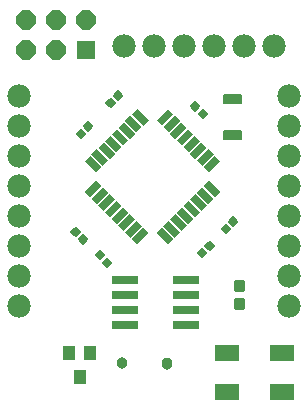
<source format=gbs>
G75*
G70*
%OFA0B0*%
%FSLAX24Y24*%
%IPPOS*%
%LPD*%
%AMOC8*
5,1,8,0,0,1.08239X$1,22.5*
%
%ADD10C,0.0380*%
%ADD11R,0.0540X0.0260*%
%ADD12R,0.0260X0.0540*%
%ADD13C,0.0098*%
%ADD14R,0.0906X0.0276*%
%ADD15R,0.0640X0.0640*%
%ADD16OC8,0.0640*%
%ADD17C,0.0145*%
%ADD18C,0.0068*%
%ADD19C,0.0780*%
%ADD20R,0.0440X0.0490*%
%ADD21C,0.0375*%
%ADD22R,0.0840X0.0540*%
D10*
X004355Y003003D03*
X005850Y002999D03*
D11*
G36*
X004667Y007161D02*
X005047Y007541D01*
X005231Y007357D01*
X004851Y006977D01*
X004667Y007161D01*
G37*
G36*
X004444Y007383D02*
X004824Y007763D01*
X005008Y007579D01*
X004628Y007199D01*
X004444Y007383D01*
G37*
G36*
X004221Y007606D02*
X004601Y007986D01*
X004785Y007802D01*
X004405Y007422D01*
X004221Y007606D01*
G37*
G36*
X003999Y007829D02*
X004379Y008209D01*
X004563Y008025D01*
X004183Y007645D01*
X003999Y007829D01*
G37*
G36*
X003776Y008051D02*
X004156Y008431D01*
X004340Y008247D01*
X003960Y007867D01*
X003776Y008051D01*
G37*
G36*
X003553Y008274D02*
X003933Y008654D01*
X004117Y008470D01*
X003737Y008090D01*
X003553Y008274D01*
G37*
G36*
X003330Y008497D02*
X003710Y008877D01*
X003894Y008693D01*
X003514Y008313D01*
X003330Y008497D01*
G37*
G36*
X003108Y008720D02*
X003488Y009100D01*
X003672Y008916D01*
X003292Y008536D01*
X003108Y008720D01*
G37*
G36*
X005498Y011110D02*
X005878Y011490D01*
X006062Y011306D01*
X005682Y010926D01*
X005498Y011110D01*
G37*
G36*
X005720Y010887D02*
X006100Y011267D01*
X006284Y011083D01*
X005904Y010703D01*
X005720Y010887D01*
G37*
G36*
X005943Y010664D02*
X006323Y011044D01*
X006507Y010860D01*
X006127Y010480D01*
X005943Y010664D01*
G37*
G36*
X006166Y010442D02*
X006546Y010822D01*
X006730Y010638D01*
X006350Y010258D01*
X006166Y010442D01*
G37*
G36*
X006389Y010219D02*
X006769Y010599D01*
X006953Y010415D01*
X006573Y010035D01*
X006389Y010219D01*
G37*
G36*
X006611Y009996D02*
X006991Y010376D01*
X007175Y010192D01*
X006795Y009812D01*
X006611Y009996D01*
G37*
G36*
X006834Y009773D02*
X007214Y010153D01*
X007398Y009969D01*
X007018Y009589D01*
X006834Y009773D01*
G37*
G36*
X007057Y009551D02*
X007437Y009931D01*
X007621Y009747D01*
X007241Y009367D01*
X007057Y009551D01*
G37*
D12*
G36*
X007057Y008916D02*
X007241Y009100D01*
X007621Y008720D01*
X007437Y008536D01*
X007057Y008916D01*
G37*
G36*
X006834Y008693D02*
X007018Y008877D01*
X007398Y008497D01*
X007214Y008313D01*
X006834Y008693D01*
G37*
G36*
X006611Y008470D02*
X006795Y008654D01*
X007175Y008274D01*
X006991Y008090D01*
X006611Y008470D01*
G37*
G36*
X006389Y008247D02*
X006573Y008431D01*
X006953Y008051D01*
X006769Y007867D01*
X006389Y008247D01*
G37*
G36*
X006166Y008025D02*
X006350Y008209D01*
X006730Y007829D01*
X006546Y007645D01*
X006166Y008025D01*
G37*
G36*
X005943Y007802D02*
X006127Y007986D01*
X006507Y007606D01*
X006323Y007422D01*
X005943Y007802D01*
G37*
G36*
X005720Y007579D02*
X005904Y007763D01*
X006284Y007383D01*
X006100Y007199D01*
X005720Y007579D01*
G37*
G36*
X005498Y007357D02*
X005682Y007541D01*
X006062Y007161D01*
X005878Y006977D01*
X005498Y007357D01*
G37*
G36*
X003330Y009969D02*
X003514Y010153D01*
X003894Y009773D01*
X003710Y009589D01*
X003330Y009969D01*
G37*
G36*
X003108Y009747D02*
X003292Y009931D01*
X003672Y009551D01*
X003488Y009367D01*
X003108Y009747D01*
G37*
G36*
X003553Y010192D02*
X003737Y010376D01*
X004117Y009996D01*
X003933Y009812D01*
X003553Y010192D01*
G37*
G36*
X003776Y010415D02*
X003960Y010599D01*
X004340Y010219D01*
X004156Y010035D01*
X003776Y010415D01*
G37*
G36*
X003999Y010638D02*
X004183Y010822D01*
X004563Y010442D01*
X004379Y010258D01*
X003999Y010638D01*
G37*
G36*
X004221Y010860D02*
X004405Y011044D01*
X004785Y010664D01*
X004601Y010480D01*
X004221Y010860D01*
G37*
G36*
X004444Y011083D02*
X004628Y011267D01*
X005008Y010887D01*
X004824Y010703D01*
X004444Y011083D01*
G37*
G36*
X004667Y011306D02*
X004851Y011490D01*
X005231Y011110D01*
X005047Y010926D01*
X004667Y011306D01*
G37*
D13*
X008104Y005756D02*
X008104Y005464D01*
X008104Y005756D02*
X008396Y005756D01*
X008396Y005464D01*
X008104Y005464D01*
X008104Y005561D02*
X008396Y005561D01*
X008396Y005658D02*
X008104Y005658D01*
X008104Y005755D02*
X008396Y005755D01*
X008104Y005156D02*
X008104Y004864D01*
X008104Y005156D02*
X008396Y005156D01*
X008396Y004864D01*
X008104Y004864D01*
X008104Y004961D02*
X008396Y004961D01*
X008396Y005058D02*
X008104Y005058D01*
X008104Y005155D02*
X008396Y005155D01*
D14*
X006494Y005273D03*
X006494Y005773D03*
X006494Y004773D03*
X006494Y004273D03*
X004447Y004273D03*
X004447Y004773D03*
X004447Y005273D03*
X004447Y005773D03*
D15*
X003141Y013452D03*
D16*
X003141Y014452D03*
X002141Y014452D03*
X002141Y013452D03*
X001141Y013452D03*
X001141Y014452D03*
D17*
X003219Y011004D02*
X003116Y010901D01*
X003219Y011004D02*
X003322Y010901D01*
X003219Y010798D01*
X003116Y010901D01*
X003157Y010942D02*
X003281Y010942D01*
X002971Y010757D02*
X002868Y010654D01*
X002971Y010757D02*
X003074Y010654D01*
X002971Y010551D01*
X002868Y010654D01*
X002909Y010695D02*
X003033Y010695D01*
X003964Y011581D02*
X004067Y011684D01*
X003964Y011581D02*
X003861Y011684D01*
X003964Y011787D01*
X004067Y011684D01*
X004026Y011725D02*
X003902Y011725D01*
X004211Y011829D02*
X004314Y011932D01*
X004211Y011829D02*
X004108Y011932D01*
X004211Y012035D01*
X004314Y011932D01*
X004273Y011973D02*
X004149Y011973D01*
X006788Y011670D02*
X006891Y011567D01*
X006788Y011464D01*
X006685Y011567D01*
X006788Y011670D01*
X006850Y011608D02*
X006726Y011608D01*
X007035Y011422D02*
X007138Y011319D01*
X007035Y011216D01*
X006932Y011319D01*
X007035Y011422D01*
X007097Y011360D02*
X006973Y011360D01*
X008152Y007732D02*
X008049Y007629D01*
X007946Y007732D01*
X008049Y007835D01*
X008152Y007732D01*
X008111Y007773D02*
X007987Y007773D01*
X007905Y007485D02*
X007802Y007382D01*
X007699Y007485D01*
X007802Y007588D01*
X007905Y007485D01*
X007864Y007526D02*
X007740Y007526D01*
X007368Y006927D02*
X007265Y006824D01*
X007162Y006927D01*
X007265Y007030D01*
X007368Y006927D01*
X007327Y006968D02*
X007203Y006968D01*
X007121Y006680D02*
X007018Y006577D01*
X006915Y006680D01*
X007018Y006783D01*
X007121Y006680D01*
X007080Y006721D02*
X006956Y006721D01*
X003853Y006255D02*
X003750Y006358D01*
X003853Y006461D01*
X003956Y006358D01*
X003853Y006255D01*
X003915Y006399D02*
X003791Y006399D01*
X003605Y006502D02*
X003502Y006605D01*
X003605Y006708D01*
X003708Y006605D01*
X003605Y006502D01*
X003667Y006646D02*
X003543Y006646D01*
X003149Y007135D02*
X003046Y007238D01*
X003149Y007135D02*
X003046Y007032D01*
X002943Y007135D01*
X003046Y007238D01*
X003108Y007176D02*
X002984Y007176D01*
X002901Y007383D02*
X002798Y007486D01*
X002901Y007383D02*
X002798Y007280D01*
X002695Y007383D01*
X002798Y007486D01*
X002860Y007424D02*
X002736Y007424D01*
D18*
X007758Y010757D02*
X008330Y010757D01*
X008330Y010485D01*
X007758Y010485D01*
X007758Y010757D01*
X007758Y010552D02*
X008330Y010552D01*
X008330Y010619D02*
X007758Y010619D01*
X007758Y010686D02*
X008330Y010686D01*
X008330Y010753D02*
X007758Y010753D01*
X007758Y011957D02*
X008330Y011957D01*
X008330Y011685D01*
X007758Y011685D01*
X007758Y011957D01*
X007758Y011752D02*
X008330Y011752D01*
X008330Y011819D02*
X007758Y011819D01*
X007758Y011886D02*
X008330Y011886D01*
X008330Y011953D02*
X007758Y011953D01*
D19*
X007416Y013589D03*
X008416Y013589D03*
X009416Y013589D03*
X009917Y011914D03*
X009917Y010914D03*
X009917Y009914D03*
X009917Y008914D03*
X009917Y007914D03*
X009917Y006914D03*
X009917Y005914D03*
X009917Y004914D03*
X006416Y013589D03*
X005416Y013589D03*
X004416Y013589D03*
X000915Y011914D03*
X000915Y010914D03*
X000915Y009914D03*
X000915Y008914D03*
X000915Y007914D03*
X000915Y006914D03*
X000915Y005914D03*
X000915Y004914D03*
D20*
X002589Y003341D03*
X002939Y002541D03*
X003289Y003341D03*
D21*
X004354Y003001D03*
X005850Y003001D03*
D22*
X007838Y003345D03*
X007838Y002045D03*
X009685Y002052D03*
X009685Y003352D03*
M02*

</source>
